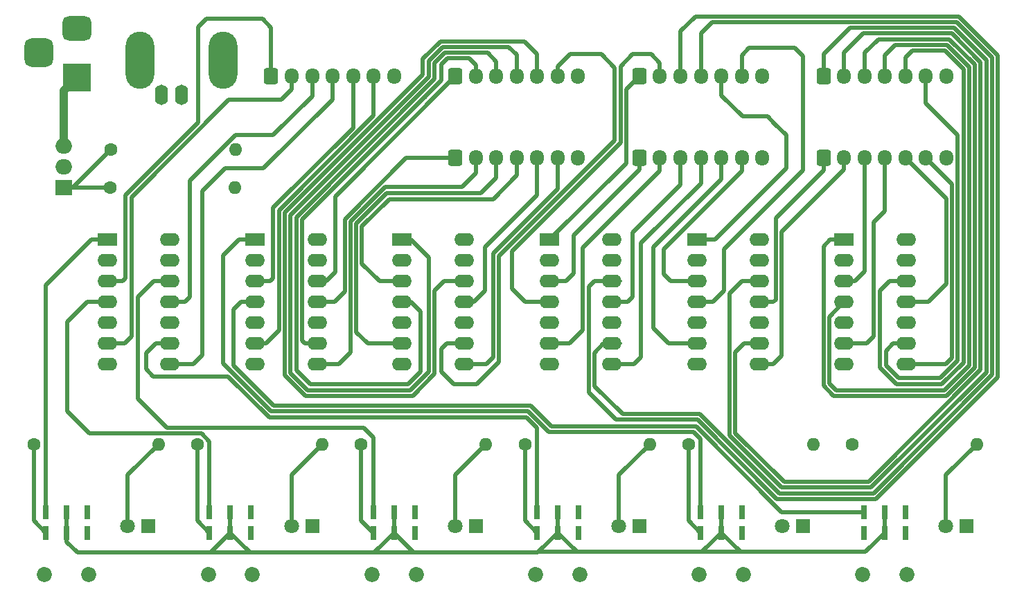
<source format=gbr>
%TF.GenerationSoftware,KiCad,Pcbnew,(6.0.4)*%
%TF.CreationDate,2023-12-08T17:13:01+01:00*%
%TF.ProjectId,BlankingRelay_Base,426c616e-6b69-46e6-9752-656c61795f42,rev?*%
%TF.SameCoordinates,Original*%
%TF.FileFunction,Copper,L1,Top*%
%TF.FilePolarity,Positive*%
%FSLAX46Y46*%
G04 Gerber Fmt 4.6, Leading zero omitted, Abs format (unit mm)*
G04 Created by KiCad (PCBNEW (6.0.4)) date 2023-12-08 17:13:01*
%MOMM*%
%LPD*%
G01*
G04 APERTURE LIST*
G04 Aperture macros list*
%AMRoundRect*
0 Rectangle with rounded corners*
0 $1 Rounding radius*
0 $2 $3 $4 $5 $6 $7 $8 $9 X,Y pos of 4 corners*
0 Add a 4 corners polygon primitive as box body*
4,1,4,$2,$3,$4,$5,$6,$7,$8,$9,$2,$3,0*
0 Add four circle primitives for the rounded corners*
1,1,$1+$1,$2,$3*
1,1,$1+$1,$4,$5*
1,1,$1+$1,$6,$7*
1,1,$1+$1,$8,$9*
0 Add four rect primitives between the rounded corners*
20,1,$1+$1,$2,$3,$4,$5,0*
20,1,$1+$1,$4,$5,$6,$7,0*
20,1,$1+$1,$6,$7,$8,$9,0*
20,1,$1+$1,$8,$9,$2,$3,0*%
G04 Aperture macros list end*
%TA.AperFunction,ComponentPad*%
%ADD10R,2.400000X1.600000*%
%TD*%
%TA.AperFunction,ComponentPad*%
%ADD11O,2.400000X1.600000*%
%TD*%
%TA.AperFunction,ComponentPad*%
%ADD12RoundRect,0.250000X-0.600000X-0.725000X0.600000X-0.725000X0.600000X0.725000X-0.600000X0.725000X0*%
%TD*%
%TA.AperFunction,ComponentPad*%
%ADD13O,1.700000X1.950000*%
%TD*%
%TA.AperFunction,ComponentPad*%
%ADD14R,2.000000X1.905000*%
%TD*%
%TA.AperFunction,ComponentPad*%
%ADD15O,2.000000X1.905000*%
%TD*%
%TA.AperFunction,ComponentPad*%
%ADD16C,1.850000*%
%TD*%
%TA.AperFunction,ComponentPad*%
%ADD17R,0.750000X1.750000*%
%TD*%
%TA.AperFunction,ComponentPad*%
%ADD18O,1.600000X1.600000*%
%TD*%
%TA.AperFunction,ComponentPad*%
%ADD19C,1.600000*%
%TD*%
%TA.AperFunction,ComponentPad*%
%ADD20O,1.600200X2.499360*%
%TD*%
%TA.AperFunction,ComponentPad*%
%ADD21O,3.500120X7.000240*%
%TD*%
%TA.AperFunction,ComponentPad*%
%ADD22RoundRect,0.875000X-0.875000X0.875000X-0.875000X-0.875000X0.875000X-0.875000X0.875000X0.875000X0*%
%TD*%
%TA.AperFunction,ComponentPad*%
%ADD23RoundRect,0.750000X-1.000000X0.750000X-1.000000X-0.750000X1.000000X-0.750000X1.000000X0.750000X0*%
%TD*%
%TA.AperFunction,ComponentPad*%
%ADD24R,3.500000X3.500000*%
%TD*%
%TA.AperFunction,ComponentPad*%
%ADD25R,1.800000X1.800000*%
%TD*%
%TA.AperFunction,ComponentPad*%
%ADD26C,1.800000*%
%TD*%
%TA.AperFunction,Conductor*%
%ADD27C,0.500000*%
%TD*%
%TA.AperFunction,Conductor*%
%ADD28C,0.250000*%
%TD*%
%TA.AperFunction,Conductor*%
%ADD29C,1.000000*%
%TD*%
G04 APERTURE END LIST*
D10*
%TO.P,U6,1*%
%TO.N,On_21*%
X130000000Y-105000000D03*
D11*
%TO.P,U6,2*%
%TO.N,Blanking_In*%
X130000000Y-107540000D03*
%TO.P,U6,3*%
%TO.N,Blanking_Out21*%
X130000000Y-110080000D03*
%TO.P,U6,4*%
%TO.N,On_22*%
X130000000Y-112620000D03*
%TO.P,U6,5*%
%TO.N,Blanking_In*%
X130000000Y-115160000D03*
%TO.P,U6,6*%
%TO.N,Blanking_Out22*%
X130000000Y-117700000D03*
%TO.P,U6,7,GND*%
%TO.N,GNDREF*%
X130000000Y-120240000D03*
%TO.P,U6,8*%
%TO.N,Blanking_Out24*%
X137620000Y-120240000D03*
%TO.P,U6,9*%
%TO.N,On_24*%
X137620000Y-117700000D03*
%TO.P,U6,10*%
%TO.N,Blanking_In*%
X137620000Y-115160000D03*
%TO.P,U6,11*%
%TO.N,Blanking_Out23*%
X137620000Y-112620000D03*
%TO.P,U6,12*%
%TO.N,On_23*%
X137620000Y-110080000D03*
%TO.P,U6,13*%
%TO.N,Blanking_In*%
X137620000Y-107540000D03*
%TO.P,U6,14,VCC*%
%TO.N,5V*%
X137620000Y-105000000D03*
%TD*%
D12*
%TO.P,J3,1,Pin_1*%
%TO.N,Blanking_Out1*%
X60000000Y-85000000D03*
D13*
%TO.P,J3,2,Pin_2*%
%TO.N,Blanking_Out2*%
X62500000Y-85000000D03*
%TO.P,J3,3,Pin_3*%
%TO.N,Blanking_Out3*%
X65000000Y-85000000D03*
%TO.P,J3,4,Pin_4*%
%TO.N,Blanking_Out4*%
X67500000Y-85000000D03*
%TO.P,J3,5,Pin_5*%
%TO.N,Blanking_Out5*%
X70000000Y-85000000D03*
%TO.P,J3,6,Pin_6*%
%TO.N,Blanking_Out6*%
X72500000Y-85000000D03*
%TO.P,J3,7,Pin_7*%
%TO.N,GNDREF*%
X75000000Y-85000000D03*
%TD*%
D11*
%TO.P,U5,14,VCC*%
%TO.N,5V*%
X119620000Y-105000000D03*
%TO.P,U5,13*%
%TO.N,Blanking_In*%
X119620000Y-107540000D03*
%TO.P,U5,12*%
%TO.N,On_19*%
X119620000Y-110080000D03*
%TO.P,U5,11*%
%TO.N,Blanking_Out19*%
X119620000Y-112620000D03*
%TO.P,U5,10*%
%TO.N,Blanking_In*%
X119620000Y-115160000D03*
%TO.P,U5,9*%
%TO.N,On_20*%
X119620000Y-117700000D03*
%TO.P,U5,8*%
%TO.N,Blanking_Out20*%
X119620000Y-120240000D03*
%TO.P,U5,7,GND*%
%TO.N,GNDREF*%
X112000000Y-120240000D03*
%TO.P,U5,6*%
%TO.N,Blanking_Out18*%
X112000000Y-117700000D03*
%TO.P,U5,5*%
%TO.N,Blanking_In*%
X112000000Y-115160000D03*
%TO.P,U5,4*%
%TO.N,On_18*%
X112000000Y-112620000D03*
%TO.P,U5,3*%
%TO.N,Blanking_Out17*%
X112000000Y-110080000D03*
%TO.P,U5,2*%
%TO.N,Blanking_In*%
X112000000Y-107540000D03*
D10*
%TO.P,U5,1*%
%TO.N,On_17*%
X112000000Y-105000000D03*
%TD*%
D11*
%TO.P,U4,14,VCC*%
%TO.N,5V*%
X101620000Y-105000000D03*
%TO.P,U4,13*%
%TO.N,Blanking_In*%
X101620000Y-107540000D03*
%TO.P,U4,12*%
%TO.N,On_15*%
X101620000Y-110080000D03*
%TO.P,U4,11*%
%TO.N,Blanking_Out15*%
X101620000Y-112620000D03*
%TO.P,U4,10*%
%TO.N,Blanking_In*%
X101620000Y-115160000D03*
%TO.P,U4,9*%
%TO.N,On_16*%
X101620000Y-117700000D03*
%TO.P,U4,8*%
%TO.N,Blanking_Out16*%
X101620000Y-120240000D03*
%TO.P,U4,7,GND*%
%TO.N,GNDREF*%
X94000000Y-120240000D03*
%TO.P,U4,6*%
%TO.N,Blanking_Out14*%
X94000000Y-117700000D03*
%TO.P,U4,5*%
%TO.N,Blanking_In*%
X94000000Y-115160000D03*
%TO.P,U4,4*%
%TO.N,On_14*%
X94000000Y-112620000D03*
%TO.P,U4,3*%
%TO.N,Blanking_Out13*%
X94000000Y-110080000D03*
%TO.P,U4,2*%
%TO.N,Blanking_In*%
X94000000Y-107540000D03*
D10*
%TO.P,U4,1*%
%TO.N,On_13*%
X94000000Y-105000000D03*
%TD*%
D11*
%TO.P,U3,14,VCC*%
%TO.N,5V*%
X83620000Y-105000000D03*
%TO.P,U3,13*%
%TO.N,Blanking_In*%
X83620000Y-107540000D03*
%TO.P,U3,12*%
%TO.N,On_11*%
X83620000Y-110080000D03*
%TO.P,U3,11*%
%TO.N,Blanking_Out11*%
X83620000Y-112620000D03*
%TO.P,U3,10*%
%TO.N,Blanking_In*%
X83620000Y-115160000D03*
%TO.P,U3,9*%
%TO.N,On_12*%
X83620000Y-117700000D03*
%TO.P,U3,8*%
%TO.N,Blanking_Out12*%
X83620000Y-120240000D03*
%TO.P,U3,7,GND*%
%TO.N,GNDREF*%
X76000000Y-120240000D03*
%TO.P,U3,6*%
%TO.N,Blanking_Out9*%
X76000000Y-117700000D03*
%TO.P,U3,5*%
%TO.N,Blanking_In*%
X76000000Y-115160000D03*
%TO.P,U3,4*%
%TO.N,On_9*%
X76000000Y-112620000D03*
%TO.P,U3,3*%
%TO.N,Blanking_Out10*%
X76000000Y-110080000D03*
%TO.P,U3,2*%
%TO.N,Blanking_In*%
X76000000Y-107540000D03*
D10*
%TO.P,U3,1*%
%TO.N,On_10*%
X76000000Y-105000000D03*
%TD*%
%TO.P,U2,1*%
%TO.N,On_5*%
X58000000Y-105000000D03*
D11*
%TO.P,U2,2*%
%TO.N,Blanking_In*%
X58000000Y-107540000D03*
%TO.P,U2,3*%
%TO.N,Blanking_Out5*%
X58000000Y-110080000D03*
%TO.P,U2,4*%
%TO.N,On_6*%
X58000000Y-112620000D03*
%TO.P,U2,5*%
%TO.N,Blanking_In*%
X58000000Y-115160000D03*
%TO.P,U2,6*%
%TO.N,Blanking_Out6*%
X58000000Y-117700000D03*
%TO.P,U2,7,GND*%
%TO.N,GNDREF*%
X58000000Y-120240000D03*
%TO.P,U2,8*%
%TO.N,Blanking_Out8*%
X65620000Y-120240000D03*
%TO.P,U2,9*%
%TO.N,On_8*%
X65620000Y-117700000D03*
%TO.P,U2,10*%
%TO.N,Blanking_In*%
X65620000Y-115160000D03*
%TO.P,U2,11*%
%TO.N,Blanking_Out7*%
X65620000Y-112620000D03*
%TO.P,U2,12*%
%TO.N,On_7*%
X65620000Y-110080000D03*
%TO.P,U2,13*%
%TO.N,Blanking_In*%
X65620000Y-107540000D03*
%TO.P,U2,14,VCC*%
%TO.N,5V*%
X65620000Y-105000000D03*
%TD*%
D10*
%TO.P,U1,1*%
%TO.N,On_1*%
X40000000Y-105000000D03*
D11*
%TO.P,U1,2*%
%TO.N,Blanking_In*%
X40000000Y-107540000D03*
%TO.P,U1,3*%
%TO.N,Blanking_Out1*%
X40000000Y-110080000D03*
%TO.P,U1,4*%
%TO.N,On_2*%
X40000000Y-112620000D03*
%TO.P,U1,5*%
%TO.N,Blanking_In*%
X40000000Y-115160000D03*
%TO.P,U1,6*%
%TO.N,Blanking_Out2*%
X40000000Y-117700000D03*
%TO.P,U1,7,GND*%
%TO.N,GNDREF*%
X40000000Y-120240000D03*
%TO.P,U1,8*%
%TO.N,Blanking_Out4*%
X47620000Y-120240000D03*
%TO.P,U1,9*%
%TO.N,On_4*%
X47620000Y-117700000D03*
%TO.P,U1,10*%
%TO.N,Blanking_In*%
X47620000Y-115160000D03*
%TO.P,U1,11*%
%TO.N,Blanking_Out3*%
X47620000Y-112620000D03*
%TO.P,U1,12*%
%TO.N,On_3*%
X47620000Y-110080000D03*
%TO.P,U1,13*%
%TO.N,Blanking_In*%
X47620000Y-107540000D03*
%TO.P,U1,14,VCC*%
%TO.N,5V*%
X47620000Y-105000000D03*
%TD*%
D14*
%TO.P,U0,1,ADJ*%
%TO.N,Net-(R98-Pad1)*%
X34675000Y-98590000D03*
D15*
%TO.P,U0,2,VO*%
%TO.N,5V*%
X34675000Y-96050000D03*
%TO.P,U0,3,VI*%
%TO.N,+9V*%
X34675000Y-93510000D03*
%TD*%
D16*
%TO.P,SW6,8*%
%TO.N,N/C*%
X137700000Y-145900000D03*
%TO.P,SW6,7*%
X132300000Y-145900000D03*
D17*
%TO.P,SW6,6,C*%
%TO.N,unconnected-(SW6-Pad6)*%
X137540000Y-140820000D03*
%TO.P,SW6,5,B*%
%TO.N,5V*%
X135000000Y-140820000D03*
%TO.P,SW6,4,A*%
%TO.N,Net-(SW6-Pad4)*%
X132460000Y-140820000D03*
%TO.P,SW6,3,C*%
%TO.N,unconnected-(SW6-Pad3)*%
X137540000Y-138280000D03*
%TO.P,SW6,2,B*%
%TO.N,5V*%
X135000000Y-138280000D03*
%TO.P,SW6,1,A*%
%TO.N,On_6*%
X132460000Y-138280000D03*
%TD*%
D16*
%TO.P,SW5,8*%
%TO.N,N/C*%
X117700000Y-145900000D03*
%TO.P,SW5,7*%
X112300000Y-145900000D03*
D17*
%TO.P,SW5,6,C*%
%TO.N,unconnected-(SW5-Pad6)*%
X117540000Y-140820000D03*
%TO.P,SW5,5,B*%
%TO.N,5V*%
X115000000Y-140820000D03*
%TO.P,SW5,4,A*%
%TO.N,Net-(SW5-Pad4)*%
X112460000Y-140820000D03*
%TO.P,SW5,3,C*%
%TO.N,unconnected-(SW5-Pad3)*%
X117540000Y-138280000D03*
%TO.P,SW5,2,B*%
%TO.N,5V*%
X115000000Y-138280000D03*
%TO.P,SW5,1,A*%
%TO.N,On_5*%
X112460000Y-138280000D03*
%TD*%
%TO.P,SW4,1,A*%
%TO.N,On_4*%
X92460000Y-138280000D03*
%TO.P,SW4,2,B*%
%TO.N,5V*%
X95000000Y-138280000D03*
%TO.P,SW4,3,C*%
%TO.N,unconnected-(SW4-Pad3)*%
X97540000Y-138280000D03*
%TO.P,SW4,4,A*%
%TO.N,Net-(SW4-Pad4)*%
X92460000Y-140820000D03*
%TO.P,SW4,5,B*%
%TO.N,5V*%
X95000000Y-140820000D03*
%TO.P,SW4,6,C*%
%TO.N,unconnected-(SW4-Pad6)*%
X97540000Y-140820000D03*
D16*
%TO.P,SW4,7*%
%TO.N,N/C*%
X92300000Y-145900000D03*
%TO.P,SW4,8*%
X97700000Y-145900000D03*
%TD*%
%TO.P,SW3,8*%
%TO.N,N/C*%
X77700000Y-145900000D03*
%TO.P,SW3,7*%
X72300000Y-145900000D03*
D17*
%TO.P,SW3,6,C*%
%TO.N,unconnected-(SW3-Pad6)*%
X77540000Y-140820000D03*
%TO.P,SW3,5,B*%
%TO.N,5V*%
X75000000Y-140820000D03*
%TO.P,SW3,4,A*%
%TO.N,Net-(SW3-Pad4)*%
X72460000Y-140820000D03*
%TO.P,SW3,3,C*%
%TO.N,unconnected-(SW3-Pad3)*%
X77540000Y-138280000D03*
%TO.P,SW3,2,B*%
%TO.N,5V*%
X75000000Y-138280000D03*
%TO.P,SW3,1,A*%
%TO.N,On_3*%
X72460000Y-138280000D03*
%TD*%
D16*
%TO.P,SW2,8*%
%TO.N,N/C*%
X57700000Y-145900000D03*
%TO.P,SW2,7*%
X52300000Y-145900000D03*
D17*
%TO.P,SW2,6,C*%
%TO.N,unconnected-(SW2-Pad6)*%
X57540000Y-140820000D03*
%TO.P,SW2,5,B*%
%TO.N,5V*%
X55000000Y-140820000D03*
%TO.P,SW2,4,A*%
%TO.N,Net-(SW2-Pad4)*%
X52460000Y-140820000D03*
%TO.P,SW2,3,C*%
%TO.N,unconnected-(SW2-Pad3)*%
X57540000Y-138280000D03*
%TO.P,SW2,2,B*%
%TO.N,5V*%
X55000000Y-138280000D03*
%TO.P,SW2,1,A*%
%TO.N,On_2*%
X52460000Y-138280000D03*
%TD*%
%TO.P,SW1,1,A*%
%TO.N,On_1*%
X32460000Y-138280000D03*
%TO.P,SW1,2,B*%
%TO.N,5V*%
X35000000Y-138280000D03*
%TO.P,SW1,3,C*%
%TO.N,unconnected-(SW1-Pad3)*%
X37540000Y-138280000D03*
%TO.P,SW1,4,A*%
%TO.N,Net-(SW1-Pad4)*%
X32460000Y-140820000D03*
%TO.P,SW1,5,B*%
%TO.N,5V*%
X35000000Y-140820000D03*
%TO.P,SW1,6,C*%
%TO.N,unconnected-(SW1-Pad6)*%
X37540000Y-140820000D03*
D16*
%TO.P,SW1,7*%
%TO.N,N/C*%
X32300000Y-145900000D03*
%TO.P,SW1,8*%
X37700000Y-145900000D03*
%TD*%
D18*
%TO.P,R99,2*%
%TO.N,GNDREF*%
X55626000Y-93980000D03*
D19*
%TO.P,R99,1*%
%TO.N,Net-(R98-Pad1)*%
X40386000Y-93980000D03*
%TD*%
%TO.P,R98,1*%
%TO.N,Net-(R98-Pad1)*%
X40360000Y-98620000D03*
D18*
%TO.P,R98,2*%
%TO.N,5V*%
X55600000Y-98620000D03*
%TD*%
%TO.P,R6,2*%
%TO.N,Net-(D6-Pad2)*%
X146240000Y-130000000D03*
D19*
%TO.P,R6,1*%
%TO.N,Net-(SW6-Pad4)*%
X131000000Y-130000000D03*
%TD*%
%TO.P,R5,1*%
%TO.N,Net-(SW5-Pad4)*%
X111000000Y-130000000D03*
D18*
%TO.P,R5,2*%
%TO.N,Net-(D5-Pad2)*%
X126240000Y-130000000D03*
%TD*%
D19*
%TO.P,R4,1*%
%TO.N,Net-(SW4-Pad4)*%
X91000000Y-130000000D03*
D18*
%TO.P,R4,2*%
%TO.N,Net-(D4-Pad2)*%
X106240000Y-130000000D03*
%TD*%
D19*
%TO.P,R3,1*%
%TO.N,Net-(SW3-Pad4)*%
X71000000Y-130000000D03*
D18*
%TO.P,R3,2*%
%TO.N,Net-(D3-Pad2)*%
X86240000Y-130000000D03*
%TD*%
D19*
%TO.P,R2,1*%
%TO.N,Net-(SW2-Pad4)*%
X51000000Y-130000000D03*
D18*
%TO.P,R2,2*%
%TO.N,Net-(D2-Pad2)*%
X66240000Y-130000000D03*
%TD*%
D19*
%TO.P,R1,1*%
%TO.N,Net-(SW1-Pad4)*%
X31000000Y-130000000D03*
D18*
%TO.P,R1,2*%
%TO.N,Net-(D1-Pad2)*%
X46240000Y-130000000D03*
%TD*%
D12*
%TO.P,J9,1,Pin_1*%
%TO.N,On_19*%
X127500000Y-85000000D03*
D13*
%TO.P,J9,2,Pin_2*%
%TO.N,On_20*%
X130000000Y-85000000D03*
%TO.P,J9,3,Pin_3*%
%TO.N,On_21*%
X132500000Y-85000000D03*
%TO.P,J9,4,Pin_4*%
%TO.N,On_22*%
X135000000Y-85000000D03*
%TO.P,J9,5,Pin_5*%
%TO.N,On_23*%
X137500000Y-85000000D03*
%TO.P,J9,6,Pin_6*%
%TO.N,On_24*%
X140000000Y-85000000D03*
%TO.P,J9,7,Pin_7*%
%TO.N,5V*%
X142500000Y-85000000D03*
%TD*%
D12*
%TO.P,J8,1,Pin_1*%
%TO.N,Blanking_Out19*%
X127500000Y-95000000D03*
D13*
%TO.P,J8,2,Pin_2*%
%TO.N,Blanking_Out20*%
X130000000Y-95000000D03*
%TO.P,J8,3,Pin_3*%
%TO.N,Blanking_Out21*%
X132500000Y-95000000D03*
%TO.P,J8,4,Pin_4*%
%TO.N,Blanking_Out22*%
X135000000Y-95000000D03*
%TO.P,J8,5,Pin_5*%
%TO.N,Blanking_Out23*%
X137500000Y-95000000D03*
%TO.P,J8,6,Pin_6*%
%TO.N,Blanking_Out24*%
X140000000Y-95000000D03*
%TO.P,J8,7,Pin_7*%
%TO.N,GNDREF*%
X142500000Y-95000000D03*
%TD*%
D12*
%TO.P,J7,1,Pin_1*%
%TO.N,On_13*%
X105000000Y-85000000D03*
D13*
%TO.P,J7,2,Pin_2*%
%TO.N,On_14*%
X107500000Y-85000000D03*
%TO.P,J7,3,Pin_3*%
%TO.N,On_15*%
X110000000Y-85000000D03*
%TO.P,J7,4,Pin_4*%
%TO.N,On_16*%
X112500000Y-85000000D03*
%TO.P,J7,5,Pin_5*%
%TO.N,On_17*%
X115000000Y-85000000D03*
%TO.P,J7,6,Pin_6*%
%TO.N,On_18*%
X117500000Y-85000000D03*
%TO.P,J7,7,Pin_7*%
%TO.N,5V*%
X120000000Y-85000000D03*
%TD*%
D12*
%TO.P,J6,1,Pin_1*%
%TO.N,Blanking_Out13*%
X105000000Y-95000000D03*
D13*
%TO.P,J6,2,Pin_2*%
%TO.N,Blanking_Out14*%
X107500000Y-95000000D03*
%TO.P,J6,3,Pin_3*%
%TO.N,Blanking_Out15*%
X110000000Y-95000000D03*
%TO.P,J6,4,Pin_4*%
%TO.N,Blanking_Out16*%
X112500000Y-95000000D03*
%TO.P,J6,5,Pin_5*%
%TO.N,Blanking_Out18*%
X115000000Y-95000000D03*
%TO.P,J6,6,Pin_6*%
%TO.N,Blanking_Out17*%
X117500000Y-95000000D03*
%TO.P,J6,7,Pin_7*%
%TO.N,GNDREF*%
X120000000Y-95000000D03*
%TD*%
D12*
%TO.P,J5,1,Pin_1*%
%TO.N,On_7*%
X82500000Y-85000000D03*
D13*
%TO.P,J5,2,Pin_2*%
%TO.N,On_8*%
X85000000Y-85000000D03*
%TO.P,J5,3,Pin_3*%
%TO.N,On_9*%
X87500000Y-85000000D03*
%TO.P,J5,4,Pin_4*%
%TO.N,On_10*%
X90000000Y-85000000D03*
%TO.P,J5,5,Pin_5*%
%TO.N,On_11*%
X92500000Y-85000000D03*
%TO.P,J5,6,Pin_6*%
%TO.N,On_12*%
X95000000Y-85000000D03*
%TO.P,J5,7,Pin_7*%
%TO.N,5V*%
X97500000Y-85000000D03*
%TD*%
D12*
%TO.P,J4,1,Pin_1*%
%TO.N,Blanking_Out7*%
X82500000Y-95000000D03*
D13*
%TO.P,J4,2,Pin_2*%
%TO.N,Blanking_Out8*%
X85000000Y-95000000D03*
%TO.P,J4,3,Pin_3*%
%TO.N,Blanking_Out9*%
X87500000Y-95000000D03*
%TO.P,J4,4,Pin_4*%
%TO.N,Blanking_Out10*%
X90000000Y-95000000D03*
%TO.P,J4,5,Pin_5*%
%TO.N,Blanking_Out11*%
X92500000Y-95000000D03*
%TO.P,J4,6,Pin_6*%
%TO.N,Blanking_Out12*%
X95000000Y-95000000D03*
%TO.P,J4,7,Pin_7*%
%TO.N,GNDREF*%
X97500000Y-95000000D03*
%TD*%
D20*
%TO.P,J2,2,Ext*%
%TO.N,GNDREF*%
X46560640Y-87281050D03*
%TO.P,J2,1,In*%
%TO.N,Blanking_In*%
X49060000Y-87281050D03*
D21*
%TO.P,J2,2,Ext*%
%TO.N,GNDREF*%
X54160320Y-83016390D03*
X43962220Y-83016390D03*
%TD*%
D22*
%TO.P,J1,3*%
%TO.N,GNDREF*%
X31587500Y-82120000D03*
D23*
%TO.P,J1,2*%
X36287500Y-79120000D03*
D24*
%TO.P,J1,1*%
%TO.N,+9V*%
X36287500Y-85120000D03*
%TD*%
D25*
%TO.P,D6,1,K*%
%TO.N,GNDREF*%
X145000000Y-140000000D03*
D26*
%TO.P,D6,2,A*%
%TO.N,Net-(D6-Pad2)*%
X142460000Y-140000000D03*
%TD*%
D25*
%TO.P,D5,1,K*%
%TO.N,GNDREF*%
X125000000Y-140000000D03*
D26*
%TO.P,D5,2,A*%
%TO.N,Net-(D5-Pad2)*%
X122460000Y-140000000D03*
%TD*%
D25*
%TO.P,D4,1,K*%
%TO.N,GNDREF*%
X105000000Y-140000000D03*
D26*
%TO.P,D4,2,A*%
%TO.N,Net-(D4-Pad2)*%
X102460000Y-140000000D03*
%TD*%
D25*
%TO.P,D3,1,K*%
%TO.N,GNDREF*%
X85000000Y-140000000D03*
D26*
%TO.P,D3,2,A*%
%TO.N,Net-(D3-Pad2)*%
X82460000Y-140000000D03*
%TD*%
D25*
%TO.P,D2,1,K*%
%TO.N,GNDREF*%
X65000000Y-140000000D03*
D26*
%TO.P,D2,2,A*%
%TO.N,Net-(D2-Pad2)*%
X62460000Y-140000000D03*
%TD*%
D25*
%TO.P,D1,1,K*%
%TO.N,GNDREF*%
X45000000Y-140000000D03*
D26*
%TO.P,D1,2,A*%
%TO.N,Net-(D1-Pad2)*%
X42460000Y-140000000D03*
%TD*%
D27*
%TO.N,On_3*%
X45622000Y-110080000D02*
X47620000Y-110080000D01*
X43688000Y-124460000D02*
X43688000Y-112014000D01*
X47228480Y-128000480D02*
X43688000Y-124460000D01*
X71300480Y-128000480D02*
X47228480Y-128000480D01*
X43688000Y-112014000D02*
X45622000Y-110080000D01*
X72460000Y-129160000D02*
X71300480Y-128000480D01*
X72460000Y-138280000D02*
X72460000Y-129160000D01*
%TO.N,On_4*%
X54710730Y-121689270D02*
X59767460Y-126746000D01*
X44704000Y-120804000D02*
X45589270Y-121689270D01*
X45589270Y-121689270D02*
X54710730Y-121689270D01*
X91186000Y-126746000D02*
X92460000Y-128020000D01*
X45876000Y-117700000D02*
X44704000Y-118872000D01*
X59767460Y-126746000D02*
X91186000Y-126746000D01*
X47620000Y-117700000D02*
X45876000Y-117700000D01*
X92460000Y-128020000D02*
X92460000Y-138280000D01*
X44704000Y-118872000D02*
X44704000Y-120804000D01*
%TO.N,On_2*%
X37494000Y-112620000D02*
X40000000Y-112620000D01*
X35052000Y-115062000D02*
X37494000Y-112620000D01*
X35052000Y-125984000D02*
X35052000Y-115062000D01*
X37768000Y-128700000D02*
X35052000Y-125984000D01*
X51467076Y-128700000D02*
X37768000Y-128700000D01*
X52427076Y-129660000D02*
X51467076Y-128700000D01*
X52460000Y-129660000D02*
X52427076Y-129660000D01*
X52460000Y-138280000D02*
X52460000Y-129660000D01*
%TO.N,On_5*%
X56036000Y-105000000D02*
X58000000Y-105000000D01*
X59994730Y-125984000D02*
X54102000Y-120091270D01*
X54102000Y-106934000D02*
X56036000Y-105000000D01*
X91413270Y-125984000D02*
X59994730Y-125984000D01*
X93953270Y-128524000D02*
X91413270Y-125984000D01*
X111636000Y-128524000D02*
X93953270Y-128524000D01*
X112460000Y-129348000D02*
X111636000Y-128524000D01*
X54102000Y-120091270D02*
X54102000Y-106934000D01*
X112460000Y-138280000D02*
X112460000Y-129348000D01*
%TO.N,On_6*%
X56290000Y-112620000D02*
X58000000Y-112620000D01*
X60284481Y-125284481D02*
X55372000Y-120372000D01*
X91703020Y-125284480D02*
X60284481Y-125284481D01*
X94243020Y-127824480D02*
X91703020Y-125284480D01*
X55372000Y-120372000D02*
X55372000Y-113538000D01*
X122381270Y-138280000D02*
X111925750Y-127824480D01*
X111925750Y-127824480D02*
X94243020Y-127824480D01*
X55372000Y-113538000D02*
X56290000Y-112620000D01*
X132460000Y-138280000D02*
X122381270Y-138280000D01*
%TO.N,On_21*%
X128300000Y-105000000D02*
X130000000Y-105000000D01*
X127510480Y-105789520D02*
X128300000Y-105000000D01*
X127510480Y-122862788D02*
X127510480Y-105789520D01*
X128728730Y-124081038D02*
X127510480Y-122862788D01*
X142538770Y-124081040D02*
X128728730Y-124081038D01*
X145999519Y-120620291D02*
X142538770Y-124081040D01*
X145999519Y-83568979D02*
X145999519Y-120620291D01*
X142881983Y-80451443D02*
X145999519Y-83568979D01*
X141411441Y-80451441D02*
X142881983Y-80451443D01*
X134178559Y-80451441D02*
X141411441Y-80451441D01*
X132500000Y-82130000D02*
X134178559Y-80451441D01*
X132500000Y-85000000D02*
X132500000Y-82130000D01*
%TO.N,On_22*%
X128210000Y-122573038D02*
X129018481Y-123381519D01*
X128210000Y-114410000D02*
X128210000Y-122573038D01*
X129018481Y-123381519D02*
X142249020Y-123381520D01*
X130000000Y-112620000D02*
X128210000Y-114410000D01*
X135000000Y-82424000D02*
X135000000Y-85000000D01*
X136273039Y-81150961D02*
X135000000Y-82424000D01*
X142592232Y-81150962D02*
X136273039Y-81150961D01*
X145300000Y-120330540D02*
X145300000Y-83858730D01*
X145300000Y-83858730D02*
X142592232Y-81150962D01*
X142249020Y-123381520D02*
X145300000Y-120330540D01*
%TO.N,On_20*%
X117758000Y-117700000D02*
X119620000Y-117700000D01*
X116715040Y-118742960D02*
X117758000Y-117700000D01*
X122661092Y-134601440D02*
X116715040Y-128655388D01*
X146699039Y-83279229D02*
X146699039Y-120910041D01*
X116715040Y-128655388D02*
X116715040Y-118742960D01*
X146699039Y-120910041D02*
X133007640Y-134601440D01*
X143171731Y-79751921D02*
X146699039Y-83279229D01*
X133007640Y-134601440D02*
X122661092Y-134601440D01*
X132338079Y-79751921D02*
X143171731Y-79751921D01*
X130000000Y-85000000D02*
X130000000Y-82090000D01*
X130000000Y-82090000D02*
X132338079Y-79751921D01*
%TO.N,On_19*%
X117504000Y-110080000D02*
X119620000Y-110080000D01*
X116015520Y-128945138D02*
X116015520Y-111568480D01*
X116015520Y-111568480D02*
X117504000Y-110080000D01*
X122371342Y-135300960D02*
X116015520Y-128945138D01*
X147398559Y-121199791D02*
X133297390Y-135300960D01*
X130751598Y-79052402D02*
X143461482Y-79052402D01*
X147398559Y-82989479D02*
X147398559Y-121199791D01*
X127500000Y-82304000D02*
X130751598Y-79052402D01*
X133297390Y-135300960D02*
X122371342Y-135300960D01*
X127500000Y-85000000D02*
X127500000Y-82304000D01*
X143461482Y-79052402D02*
X147398559Y-82989479D01*
%TO.N,On_16*%
X100606078Y-117700000D02*
X101620000Y-117700000D01*
X99501039Y-118805039D02*
X100606078Y-117700000D01*
X99501039Y-122869039D02*
X99501039Y-118805039D01*
X102936560Y-126304560D02*
X99501039Y-122869039D01*
X112385672Y-126304560D02*
X102936560Y-126304560D01*
X122080290Y-135999178D02*
X112385672Y-126304560D01*
X122080290Y-136000480D02*
X122080290Y-135999178D01*
X133587140Y-136000480D02*
X122080290Y-136000480D01*
X148098079Y-121489541D02*
X133587140Y-136000480D01*
X148098079Y-82699729D02*
X148098079Y-121489541D01*
X143751233Y-78352883D02*
X148098079Y-82699729D01*
X113881118Y-78352882D02*
X143751233Y-78352883D01*
X112500000Y-79734000D02*
X113881118Y-78352882D01*
X112500000Y-85000000D02*
X112500000Y-79734000D01*
%TO.N,On_15*%
X121790540Y-136700000D02*
X112095921Y-127005381D01*
X112095921Y-127004079D02*
X102112079Y-127004079D01*
X133876890Y-136700000D02*
X121790540Y-136700000D01*
X144238445Y-126338445D02*
X133876890Y-136700000D01*
X112095921Y-127005381D02*
X112095921Y-127004079D01*
X144238445Y-126338445D02*
X143572810Y-127004080D01*
X148797599Y-121779291D02*
X144238445Y-126338445D01*
%TO.N,Blanking_Out20*%
X130000000Y-96399520D02*
X130000000Y-95000000D01*
X122399520Y-119154480D02*
X122399520Y-104000000D01*
X121314000Y-120240000D02*
X122399520Y-119154480D01*
X122399520Y-104000000D02*
X130000000Y-96399520D01*
X119620000Y-120240000D02*
X121314000Y-120240000D01*
%TO.N,Blanking_Out19*%
X121700000Y-102300000D02*
X121700000Y-112300000D01*
X121700000Y-112300000D02*
X121380000Y-112620000D01*
X121380000Y-112620000D02*
X119620000Y-112620000D01*
X127500000Y-96500000D02*
X121700000Y-102300000D01*
X127500000Y-95000000D02*
X127500000Y-96500000D01*
%TO.N,Blanking_Out23*%
X137500960Y-95000000D02*
X137500000Y-95000000D01*
X142500960Y-110399040D02*
X142500960Y-100000000D01*
X140280000Y-112620000D02*
X142500960Y-110399040D01*
X137620000Y-112620000D02*
X140280000Y-112620000D01*
X142500960Y-100000000D02*
X137500960Y-95000000D01*
%TO.N,Blanking_Out24*%
X143200480Y-119462250D02*
X143200480Y-98200480D01*
X142422730Y-120240000D02*
X143200480Y-119462250D01*
X137620000Y-120240000D02*
X142422730Y-120240000D01*
X143200480Y-98200480D02*
X140000000Y-95000000D01*
%TO.N,On_24*%
X140000000Y-88300000D02*
X140000000Y-85000000D01*
X143900000Y-119752000D02*
X143900000Y-92200000D01*
X141732000Y-121920000D02*
X143900000Y-119752000D01*
X143900000Y-92200000D02*
X140000000Y-88300000D01*
X136652000Y-121920000D02*
X141732000Y-121920000D01*
X135128000Y-120396000D02*
X136652000Y-121920000D01*
X135128000Y-118560000D02*
X135128000Y-120396000D01*
X135988000Y-117700000D02*
X135128000Y-118560000D01*
X137620000Y-117700000D02*
X135988000Y-117700000D01*
%TO.N,On_15*%
X142564638Y-77653362D02*
X144040984Y-77653364D01*
X144040984Y-77653364D02*
X148797599Y-82409979D01*
X111830638Y-77653362D02*
X142564638Y-77653362D01*
X148797599Y-82409979D02*
X148797599Y-121779291D01*
X110000000Y-79484000D02*
X111830638Y-77653362D01*
X110000000Y-85000000D02*
X110000000Y-79484000D01*
%TO.N,On_23*%
X135538000Y-110080000D02*
X137620000Y-110080000D01*
X134366000Y-111252000D02*
X135538000Y-110080000D01*
X134366000Y-120623270D02*
X134366000Y-111252000D01*
X141959270Y-122682000D02*
X136424730Y-122682000D01*
X144599519Y-120041751D02*
X141959270Y-122682000D01*
X144599519Y-84147519D02*
X144599519Y-120041751D01*
X138367519Y-81850481D02*
X142302481Y-81850481D01*
X137500000Y-82718000D02*
X138367519Y-81850481D01*
X142302481Y-81850481D02*
X144599519Y-84147519D01*
X137500000Y-85000000D02*
X137500000Y-82718000D01*
X136424730Y-122682000D02*
X134366000Y-120623270D01*
%TO.N,Blanking_Out5*%
X70000000Y-91343460D02*
X70000000Y-85000000D01*
X60256401Y-101087059D02*
X70000000Y-91343460D01*
X60256401Y-109669599D02*
X60256401Y-101087059D01*
X58000000Y-110080000D02*
X59846000Y-110080000D01*
X59846000Y-110080000D02*
X60256401Y-109669599D01*
%TO.N,Blanking_Out6*%
X59338000Y-117700000D02*
X60955921Y-116082079D01*
X58000000Y-117700000D02*
X59338000Y-117700000D01*
X60955920Y-101376810D02*
X60955921Y-116082079D01*
X72500000Y-89832730D02*
X60955920Y-101376810D01*
X72500000Y-85000000D02*
X72500000Y-89832730D01*
%TO.N,On_11*%
X81119520Y-110080000D02*
X83620000Y-110080000D01*
X79947520Y-111252000D02*
X81119520Y-110080000D01*
X79947520Y-121421020D02*
X79947520Y-111252000D01*
X77287501Y-124081039D02*
X79947520Y-121421020D01*
X64190500Y-124081040D02*
X77287501Y-124081039D01*
X61655440Y-101666560D02*
X61655440Y-121545980D01*
X78535116Y-82835074D02*
X78535115Y-84786885D01*
X61655440Y-121545980D02*
X64190500Y-124081040D01*
X90953441Y-80705441D02*
X80664749Y-80705441D01*
X78535115Y-84786885D02*
X61655440Y-101666560D01*
X80664749Y-80705441D02*
X78535116Y-82835074D01*
X92500000Y-82252000D02*
X90953441Y-80705441D01*
X92500000Y-85000000D02*
X92500000Y-82252000D01*
%TO.N,On_10*%
X77060000Y-105000000D02*
X76000000Y-105000000D01*
X79248000Y-107188000D02*
X77060000Y-105000000D01*
X76997751Y-123381519D02*
X79248000Y-121131270D01*
X65594481Y-123381519D02*
X76997751Y-123381519D01*
X64480250Y-123381520D02*
X65594481Y-123381519D01*
X79248000Y-121131270D02*
X79248000Y-107188000D01*
X62354960Y-121256230D02*
X64480250Y-123381520D01*
X62354960Y-101956310D02*
X62354960Y-121256230D01*
X77075635Y-87235635D02*
X62354960Y-101956310D01*
%TO.N,On_9*%
X77060000Y-112620000D02*
X76000000Y-112620000D01*
X78232000Y-113792000D02*
X77060000Y-112620000D01*
X78232000Y-121158000D02*
X78232000Y-113792000D01*
X76708000Y-122682000D02*
X78232000Y-121158000D01*
X64770000Y-122682000D02*
X76708000Y-122682000D01*
X63054480Y-102246060D02*
X63054480Y-120966480D01*
X79983270Y-85317270D02*
X63054480Y-102246060D01*
X63054480Y-120966480D02*
X64770000Y-122682000D01*
X81244249Y-82104481D02*
X79983270Y-83365460D01*
X79983270Y-83365460D02*
X79983270Y-85317270D01*
X87500000Y-83182000D02*
X86422481Y-82104481D01*
X87500000Y-85000000D02*
X87500000Y-83182000D01*
X86422481Y-82104481D02*
X81244249Y-82104481D01*
%TO.N,On_8*%
X64106000Y-117700000D02*
X65620000Y-117700000D01*
X63754000Y-102535810D02*
X63754000Y-117348000D01*
X63754000Y-117348000D02*
X64106000Y-117700000D01*
X78572905Y-87716905D02*
X63754000Y-102535810D01*
%TO.N,On_7*%
X66704000Y-110080000D02*
X65620000Y-110080000D01*
X67818000Y-108966000D02*
X66704000Y-110080000D01*
X67818000Y-99682000D02*
X67818000Y-108966000D01*
X82500000Y-85000000D02*
X67818000Y-99682000D01*
%TO.N,Blanking_Out3*%
X65000000Y-87400000D02*
X65000000Y-85000000D01*
X55636924Y-92202000D02*
X60198000Y-92202000D01*
X60198000Y-92202000D02*
X65000000Y-87400000D01*
X50038000Y-97800924D02*
X55636924Y-92202000D01*
X49432000Y-112620000D02*
X50038000Y-112014000D01*
X50038000Y-112014000D02*
X50038000Y-97800924D01*
X47620000Y-112620000D02*
X49432000Y-112620000D01*
%TO.N,Blanking_Out4*%
X67500000Y-87820000D02*
X67500000Y-85000000D01*
X59054000Y-96266000D02*
X67500000Y-87820000D01*
X51562000Y-99060000D02*
X54356000Y-96266000D01*
X54356000Y-96266000D02*
X59054000Y-96266000D01*
X51562000Y-119126000D02*
X51562000Y-99060000D01*
X50448000Y-120240000D02*
X51562000Y-119126000D01*
X47620000Y-120240000D02*
X50448000Y-120240000D01*
%TO.N,On_15*%
X102112079Y-127004079D02*
X98801519Y-123693519D01*
%TO.N,Blanking_Out22*%
X133604000Y-102870000D02*
X135000000Y-101474000D01*
X133604000Y-116840000D02*
X133604000Y-102870000D01*
X132744000Y-117700000D02*
X133604000Y-116840000D01*
X135000000Y-101474000D02*
X135000000Y-95000000D01*
X130000000Y-117700000D02*
X132744000Y-117700000D01*
%TO.N,Blanking_Out21*%
X131298000Y-110080000D02*
X130000000Y-110080000D01*
X132500000Y-108878000D02*
X131298000Y-110080000D01*
X132500000Y-95000000D02*
X132500000Y-108878000D01*
%TO.N,On_15*%
X99470000Y-110080000D02*
X98801519Y-110748481D01*
X101620000Y-110080000D02*
X99470000Y-110080000D01*
X98801519Y-110748481D02*
X98801519Y-123693519D01*
X98801519Y-123693519D02*
X99630480Y-124522480D01*
%TO.N,On_18*%
X115316000Y-111252000D02*
X115316000Y-106172000D01*
X113948000Y-112620000D02*
X115316000Y-111252000D01*
X115316000Y-106172000D02*
X124968000Y-96520000D01*
X112000000Y-112620000D02*
X113948000Y-112620000D01*
X124968000Y-96520000D02*
X124968000Y-91186000D01*
X124968000Y-91186000D02*
X124968000Y-82550000D01*
%TO.N,On_17*%
X122936000Y-92202000D02*
X122936000Y-96266000D01*
X114202000Y-105000000D02*
X112000000Y-105000000D01*
X121539000Y-90805000D02*
X122936000Y-92202000D01*
X122936000Y-96266000D02*
X114202000Y-105000000D01*
X121539000Y-90805000D02*
X120650000Y-89916000D01*
%TO.N,Blanking_Out17*%
X117500000Y-96600978D02*
X117500000Y-95000000D01*
X107950000Y-106150978D02*
X117500000Y-96600978D01*
X108810000Y-110080000D02*
X107950000Y-109220000D01*
X107950000Y-109220000D02*
X107950000Y-106150978D01*
X112000000Y-110080000D02*
X108810000Y-110080000D01*
%TO.N,Blanking_Out18*%
X108556000Y-117700000D02*
X112000000Y-117700000D01*
X106680000Y-115824000D02*
X108556000Y-117700000D01*
X106680000Y-105918000D02*
X106680000Y-115824000D01*
X115000000Y-97598000D02*
X106680000Y-105918000D01*
X115000000Y-95000000D02*
X115000000Y-97598000D01*
%TO.N,Blanking_Out16*%
X104296000Y-120240000D02*
X101620000Y-120240000D01*
X105156000Y-119380000D02*
X104296000Y-120240000D01*
X105156000Y-105410000D02*
X105156000Y-119380000D01*
X112500000Y-98066000D02*
X105156000Y-105410000D01*
X112500000Y-95000000D02*
X112500000Y-98066000D01*
%TO.N,Blanking_Out15*%
X104140000Y-104140000D02*
X110000000Y-98280000D01*
X104140000Y-112014000D02*
X104140000Y-104140000D01*
X103534000Y-112620000D02*
X104140000Y-112014000D01*
X110000000Y-98280000D02*
X110000000Y-95000000D01*
X101620000Y-112620000D02*
X103534000Y-112620000D01*
%TO.N,On_13*%
X103378000Y-95622000D02*
X94000000Y-105000000D01*
X103378000Y-90424000D02*
X103378000Y-95622000D01*
X103378000Y-90424000D02*
X103378000Y-86614000D01*
X103378000Y-94488000D02*
X103378000Y-90424000D01*
%TO.N,Blanking_Out14*%
X107500000Y-96578000D02*
X107500000Y-95000000D01*
X98102000Y-105976000D02*
X107500000Y-96578000D01*
X98102000Y-108008000D02*
X98102000Y-105976000D01*
X98102000Y-116020000D02*
X98102000Y-108008000D01*
X96422000Y-117700000D02*
X98102000Y-116020000D01*
X94000000Y-117700000D02*
X96422000Y-117700000D01*
%TO.N,Blanking_Out13*%
X96016000Y-110080000D02*
X94000000Y-110080000D01*
X96952000Y-109144000D02*
X96016000Y-110080000D01*
X96952000Y-104470000D02*
X96952000Y-109144000D01*
%TO.N,On_14*%
X91030000Y-112620000D02*
X94000000Y-112620000D01*
X89408000Y-110998000D02*
X91030000Y-112620000D01*
X89408000Y-106399270D02*
X89408000Y-110998000D01*
X102678480Y-93128790D02*
X89408000Y-106399270D01*
X104140000Y-82296000D02*
X102678480Y-83757520D01*
X102678480Y-83757520D02*
X102678480Y-93128790D01*
X106426000Y-82296000D02*
X104140000Y-82296000D01*
X107500000Y-83370000D02*
X106426000Y-82296000D01*
X107500000Y-85000000D02*
X107500000Y-83370000D01*
%TO.N,On_12*%
X81436000Y-117700000D02*
X83620000Y-117700000D01*
X80772000Y-118364000D02*
X81436000Y-117700000D01*
X80772000Y-121158000D02*
X80772000Y-118364000D01*
X82296000Y-122682000D02*
X80772000Y-121158000D01*
X85090000Y-122682000D02*
X82296000Y-122682000D01*
X87821520Y-119950480D02*
X85090000Y-122682000D01*
X87821520Y-106996480D02*
X87821520Y-119950480D01*
X100076000Y-94742000D02*
X87821520Y-106996480D01*
%TO.N,Blanking_Out12*%
X86262000Y-120240000D02*
X83620000Y-120240000D01*
X87122000Y-119380000D02*
X86262000Y-120240000D01*
X87122000Y-106680000D02*
X87122000Y-119380000D01*
X95000000Y-98802000D02*
X87122000Y-106680000D01*
X95000000Y-95000000D02*
X95000000Y-98802000D01*
%TO.N,Blanking_Out11*%
X84738000Y-112620000D02*
X83620000Y-112620000D01*
X86106000Y-105918000D02*
X86106000Y-111252000D01*
X92500000Y-99524000D02*
X86106000Y-105918000D01*
X86106000Y-111252000D02*
X84738000Y-112620000D01*
X92500000Y-95000000D02*
X92500000Y-99524000D01*
%TO.N,Blanking_Out10*%
X73250000Y-110080000D02*
X76000000Y-110080000D01*
X71094080Y-107924080D02*
X73250000Y-110080000D01*
X71094080Y-103331730D02*
X71094080Y-107924080D01*
%TO.N,Blanking_Out9*%
X70394560Y-116295440D02*
X70394560Y-103041980D01*
X74122540Y-99314000D02*
X85592000Y-99314000D01*
X71799120Y-117700000D02*
X70394560Y-116295440D01*
X70394560Y-103041980D02*
X74122540Y-99314000D01*
X87500000Y-97406000D02*
X87500000Y-95000000D01*
X76000000Y-117700000D02*
X71799120Y-117700000D01*
X85592000Y-99314000D02*
X87500000Y-97406000D01*
%TO.N,Blanking_Out8*%
X83312000Y-98552000D02*
X85000000Y-96864000D01*
X73895270Y-98552000D02*
X83312000Y-98552000D01*
X69695040Y-118772960D02*
X69695040Y-102752230D01*
X68228000Y-120240000D02*
X69695040Y-118772960D01*
X85000000Y-96864000D02*
X85000000Y-95000000D01*
X65620000Y-120240000D02*
X68228000Y-120240000D01*
X69695040Y-102752230D02*
X73895270Y-98552000D01*
%TO.N,Blanking_Out7*%
X67720000Y-112620000D02*
X65620000Y-112620000D01*
X68995520Y-111344480D02*
X67720000Y-112620000D01*
X68995520Y-102462480D02*
X68995520Y-111344480D01*
%TO.N,On_1*%
X32460000Y-110542000D02*
X32460000Y-138280000D01*
X38002000Y-105000000D02*
X32460000Y-110542000D01*
X40000000Y-105000000D02*
X38002000Y-105000000D01*
%TO.N,Blanking_Out1*%
X41812000Y-110080000D02*
X40000000Y-110080000D01*
X42291000Y-99441000D02*
X42164000Y-99568000D01*
X42164000Y-109728000D02*
X41812000Y-110080000D01*
X42291000Y-99441000D02*
X51054000Y-90678000D01*
X42164000Y-99568000D02*
X42164000Y-109728000D01*
X40858480Y-110080000D02*
X40000000Y-110080000D01*
%TO.N,Blanking_Out2*%
X62500000Y-86598000D02*
X62500000Y-85000000D01*
X54837270Y-87884000D02*
X61214000Y-87884000D01*
X42926000Y-116840000D02*
X42926000Y-99822000D01*
X42926000Y-99822000D02*
X42912635Y-99808635D01*
X42912635Y-99808635D02*
X54837270Y-87884000D01*
X42066000Y-117700000D02*
X42926000Y-116840000D01*
X61214000Y-87884000D02*
X62500000Y-86598000D01*
X40000000Y-117700000D02*
X42066000Y-117700000D01*
%TO.N,Blanking_Out1*%
X60000000Y-79050000D02*
X60000000Y-85000000D01*
X51054000Y-78994000D02*
X52070000Y-77978000D01*
X51054000Y-90678000D02*
X51054000Y-78994000D01*
X52070000Y-77978000D02*
X58928000Y-77978000D01*
X58928000Y-77978000D02*
X60000000Y-79050000D01*
%TO.N,On_17*%
X115000000Y-87314000D02*
X117602000Y-89916000D01*
X115000000Y-85000000D02*
X115000000Y-87314000D01*
X117602000Y-89916000D02*
X120650000Y-89916000D01*
%TO.N,On_18*%
X117500000Y-82398000D02*
X117500000Y-85000000D01*
X118364000Y-81534000D02*
X117500000Y-82398000D01*
X124968000Y-82550000D02*
X123952000Y-81534000D01*
X123952000Y-81534000D02*
X118364000Y-81534000D01*
%TO.N,On_8*%
X85000000Y-83656000D02*
X84148000Y-82804000D01*
X85000000Y-85000000D02*
X85000000Y-83656000D01*
%TO.N,On_9*%
X76806000Y-112620000D02*
X75000000Y-112620000D01*
%TO.N,On_10*%
X79234635Y-83124825D02*
X79234635Y-85076635D01*
X80954499Y-81404961D02*
X79234635Y-83124825D01*
X89024961Y-81404961D02*
X80954499Y-81404961D01*
X90000000Y-85000000D02*
X90000000Y-82380000D01*
X90000000Y-82380000D02*
X89024961Y-81404961D01*
X79234635Y-85076635D02*
X77075635Y-87235635D01*
X77075635Y-87235635D02*
X77407520Y-86903750D01*
%TO.N,On_8*%
X80772000Y-85517810D02*
X78572905Y-87716905D01*
X80772000Y-83566000D02*
X80772000Y-85517810D01*
X84148000Y-82804000D02*
X81534000Y-82804000D01*
X81534000Y-82804000D02*
X80772000Y-83566000D01*
X78572905Y-87716905D02*
X78806560Y-87483250D01*
%TO.N,On_10*%
X75000000Y-105000000D02*
X76806000Y-105000000D01*
%TO.N,On_12*%
X95000000Y-83816000D02*
X95000000Y-85000000D01*
X100330000Y-82296000D02*
X96520000Y-82296000D01*
X101978960Y-83944960D02*
X100330000Y-82296000D01*
X101978960Y-92839040D02*
X101978960Y-83944960D01*
X100076000Y-94742000D02*
X101978960Y-92839040D01*
X100076000Y-94742000D02*
X100897458Y-93920542D01*
X96520000Y-82296000D02*
X95000000Y-83816000D01*
%TO.N,On_13*%
X103378000Y-94996000D02*
X103378000Y-94488000D01*
X103378000Y-86614000D02*
X104992000Y-85000000D01*
X104992000Y-85000000D02*
X105000000Y-85000000D01*
%TO.N,On_16*%
X102620000Y-117700000D02*
X100994000Y-117700000D01*
%TO.N,On_15*%
X102620000Y-110080000D02*
X100994000Y-110080000D01*
%TO.N,Blanking_Out10*%
X87098481Y-100013519D02*
X74412291Y-100013519D01*
X90000000Y-97112000D02*
X87098481Y-100013519D01*
X90000000Y-95000000D02*
X90000000Y-97112000D01*
X74412291Y-100013519D02*
X71094080Y-103331730D01*
%TO.N,Blanking_Out7*%
X76458000Y-95000000D02*
X68995520Y-102462480D01*
X82500000Y-95000000D02*
X76458000Y-95000000D01*
%TO.N,Blanking_Out13*%
X105000000Y-96422000D02*
X105000000Y-95000000D01*
X96952000Y-104470000D02*
X105000000Y-96422000D01*
%TO.N,Blanking_Out21*%
X132500000Y-95000000D02*
X132500000Y-96432000D01*
%TO.N,Net-(R98-Pad1)*%
X35776000Y-98590000D02*
X40386000Y-93980000D01*
X34675000Y-98590000D02*
X35776000Y-98590000D01*
%TO.N,5V*%
X99241000Y-143183000D02*
X111833000Y-143183000D01*
X97363000Y-143183000D02*
X99241000Y-143183000D01*
X92637000Y-143183000D02*
X99241000Y-143183000D01*
X95000000Y-140820000D02*
X97363000Y-143183000D01*
X115000000Y-140820000D02*
X117363000Y-143183000D01*
X118291000Y-143183000D02*
X132637000Y-143183000D01*
X117363000Y-143183000D02*
X118291000Y-143183000D01*
X111833000Y-143183000D02*
X118291000Y-143183000D01*
X112637000Y-143183000D02*
X111833000Y-143183000D01*
X115000000Y-140820000D02*
X112637000Y-143183000D01*
X132637000Y-143183000D02*
X135000000Y-140820000D01*
X92637000Y-143183000D02*
X95000000Y-140820000D01*
X92564000Y-143256000D02*
X92637000Y-143183000D01*
X52564000Y-143256000D02*
X57436000Y-143256000D01*
X72564000Y-143256000D02*
X77436000Y-143256000D01*
X77436000Y-143256000D02*
X92564000Y-143256000D01*
X75000000Y-140820000D02*
X77436000Y-143256000D01*
X57436000Y-143256000D02*
X72564000Y-143256000D01*
X72564000Y-143256000D02*
X75000000Y-140820000D01*
X55000000Y-140820000D02*
X57436000Y-143256000D01*
X52564000Y-143256000D02*
X55000000Y-140820000D01*
X35000000Y-141934000D02*
X36322000Y-143256000D01*
X36322000Y-143256000D02*
X52564000Y-143256000D01*
X35000000Y-140820000D02*
X35000000Y-141934000D01*
%TO.N,Net-(D1-Pad2)*%
X42460000Y-133780000D02*
X46240000Y-130000000D01*
X42460000Y-140000000D02*
X42460000Y-133780000D01*
%TO.N,Net-(D2-Pad2)*%
X62460000Y-133780000D02*
X66240000Y-130000000D01*
X62460000Y-140000000D02*
X62460000Y-133780000D01*
%TO.N,Net-(D3-Pad2)*%
X82460000Y-133780000D02*
X86240000Y-130000000D01*
X82460000Y-140000000D02*
X82460000Y-133780000D01*
%TO.N,Net-(D4-Pad2)*%
X102460000Y-140000000D02*
X102460000Y-133780000D01*
X102460000Y-133780000D02*
X106240000Y-130000000D01*
%TO.N,Net-(D6-Pad2)*%
X142460000Y-133780000D02*
X146240000Y-130000000D01*
X142460000Y-140000000D02*
X142460000Y-133780000D01*
%TO.N,5V*%
X135000000Y-138280000D02*
X135000000Y-140820000D01*
X115000000Y-138280000D02*
X115000000Y-140820000D01*
X95000000Y-138280000D02*
X95000000Y-140820000D01*
X75000000Y-138280000D02*
X75000000Y-140820000D01*
X55000000Y-138280000D02*
X55000000Y-140820000D01*
X35000000Y-138280000D02*
X35000000Y-140820000D01*
%TO.N,Net-(SW5-Pad4)*%
X111000000Y-139360000D02*
X112460000Y-140820000D01*
X111000000Y-130000000D02*
X111000000Y-139360000D01*
%TO.N,Net-(SW4-Pad4)*%
X91000000Y-139360000D02*
X92460000Y-140820000D01*
X91000000Y-130000000D02*
X91000000Y-139360000D01*
%TO.N,Net-(SW3-Pad4)*%
X71000000Y-139360000D02*
X72460000Y-140820000D01*
X71000000Y-130000000D02*
X71000000Y-139360000D01*
%TO.N,Net-(SW2-Pad4)*%
X51000000Y-130000000D02*
X51000000Y-139360000D01*
X51000000Y-139360000D02*
X52460000Y-140820000D01*
%TO.N,Net-(SW1-Pad4)*%
X30988000Y-138731022D02*
X30988000Y-139348000D01*
D28*
X31000000Y-138719022D02*
X30988000Y-138731022D01*
D27*
X31000000Y-130000000D02*
X31000000Y-138719022D01*
X30988000Y-139348000D02*
X32460000Y-140820000D01*
D28*
%TO.N,Net-(R98-Pad1)*%
X40330000Y-98590000D02*
X40360000Y-98620000D01*
D27*
X34675000Y-98590000D02*
X40330000Y-98590000D01*
D29*
%TO.N,+9V*%
X34675000Y-93510000D02*
X34675000Y-86732500D01*
X34675000Y-86732500D02*
X36287500Y-85120000D01*
%TD*%
M02*

</source>
